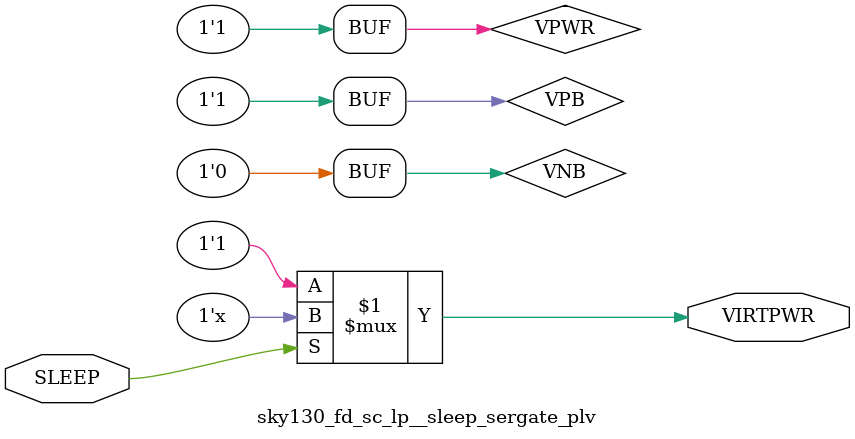
<source format=v>
/*
 * Copyright 2020 The SkyWater PDK Authors
 *
 * Licensed under the Apache License, Version 2.0 (the "License");
 * you may not use this file except in compliance with the License.
 * You may obtain a copy of the License at
 *
 *     https://www.apache.org/licenses/LICENSE-2.0
 *
 * Unless required by applicable law or agreed to in writing, software
 * distributed under the License is distributed on an "AS IS" BASIS,
 * WITHOUT WARRANTIES OR CONDITIONS OF ANY KIND, either express or implied.
 * See the License for the specific language governing permissions and
 * limitations under the License.
 *
 * SPDX-License-Identifier: Apache-2.0
*/


`ifndef SKY130_FD_SC_LP__SLEEP_SERGATE_PLV_TIMING_V
`define SKY130_FD_SC_LP__SLEEP_SERGATE_PLV_TIMING_V

/**
 * sleep_sergate_plv: connect vpr to virtpwr when not in sleep mode.
 *
 * Verilog simulation timing model.
 */

`timescale 1ns / 1ps
`default_nettype none

`celldefine
module sky130_fd_sc_lp__sleep_sergate_plv (
    VIRTPWR,
    SLEEP
);

    // Module ports
    output VIRTPWR;
    input  SLEEP  ;

    // Module supplies
    supply1 VPWR;
    supply1 VPB ;
    supply0 VNB ;

    // Local signals
    wire vgnd;

    //       Name       Output   Other arguments
    pulldown pulldown0 (vgnd   );
    bufif0   bufif00   (VIRTPWR, VPWR, SLEEP    );

endmodule
`endcelldefine

`default_nettype wire
`endif  // SKY130_FD_SC_LP__SLEEP_SERGATE_PLV_TIMING_V

</source>
